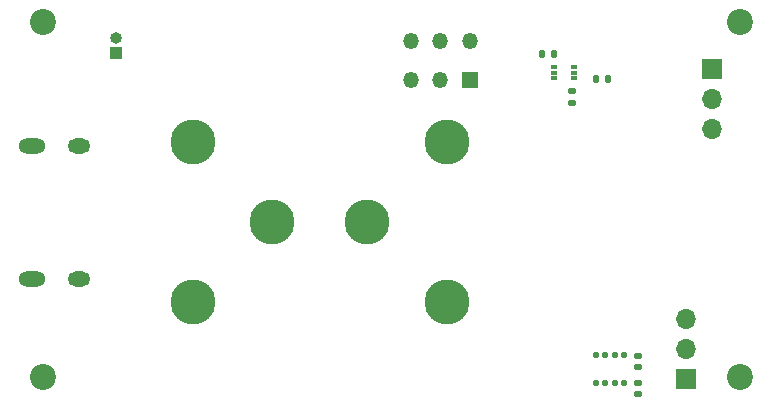
<source format=gbs>
%TF.GenerationSoftware,KiCad,Pcbnew,8.0.2-1*%
%TF.CreationDate,2024-12-04T10:13:36+09:00*%
%TF.ProjectId,gas_nrf52832,6761735f-6e72-4663-9532-3833322e6b69,rev?*%
%TF.SameCoordinates,Original*%
%TF.FileFunction,Soldermask,Bot*%
%TF.FilePolarity,Negative*%
%FSLAX46Y46*%
G04 Gerber Fmt 4.6, Leading zero omitted, Abs format (unit mm)*
G04 Created by KiCad (PCBNEW 8.0.2-1) date 2024-12-04 10:13:36*
%MOMM*%
%LPD*%
G01*
G04 APERTURE LIST*
G04 Aperture macros list*
%AMRoundRect*
0 Rectangle with rounded corners*
0 $1 Rounding radius*
0 $2 $3 $4 $5 $6 $7 $8 $9 X,Y pos of 4 corners*
0 Add a 4 corners polygon primitive as box body*
4,1,4,$2,$3,$4,$5,$6,$7,$8,$9,$2,$3,0*
0 Add four circle primitives for the rounded corners*
1,1,$1+$1,$2,$3*
1,1,$1+$1,$4,$5*
1,1,$1+$1,$6,$7*
1,1,$1+$1,$8,$9*
0 Add four rect primitives between the rounded corners*
20,1,$1+$1,$2,$3,$4,$5,0*
20,1,$1+$1,$4,$5,$6,$7,0*
20,1,$1+$1,$6,$7,$8,$9,0*
20,1,$1+$1,$8,$9,$2,$3,0*%
G04 Aperture macros list end*
%ADD10R,1.000000X1.000000*%
%ADD11O,1.000000X1.000000*%
%ADD12R,1.700000X1.700000*%
%ADD13O,1.700000X1.700000*%
%ADD14R,1.350000X1.350000*%
%ADD15O,1.350000X1.350000*%
%ADD16C,2.200000*%
%ADD17O,2.304000X1.304000*%
%ADD18O,1.904000X1.304000*%
%ADD19RoundRect,0.135000X-0.135000X-0.185000X0.135000X-0.185000X0.135000X0.185000X-0.135000X0.185000X0*%
%ADD20R,0.492000X0.300000*%
%ADD21RoundRect,0.125000X0.125000X0.137500X-0.125000X0.137500X-0.125000X-0.137500X0.125000X-0.137500X0*%
%ADD22RoundRect,0.135000X-0.185000X0.135000X-0.185000X-0.135000X0.185000X-0.135000X0.185000X0.135000X0*%
%ADD23C,3.800000*%
%ADD24RoundRect,0.140000X-0.170000X0.140000X-0.170000X-0.140000X0.170000X-0.140000X0.170000X0.140000X0*%
%ADD25RoundRect,0.135000X0.135000X0.185000X-0.135000X0.185000X-0.135000X-0.185000X0.135000X-0.185000X0*%
%ADD26RoundRect,0.140000X0.170000X-0.140000X0.170000X0.140000X-0.170000X0.140000X-0.170000X-0.140000X0*%
G04 APERTURE END LIST*
D10*
X98080000Y-80640000D03*
D11*
X98080000Y-79370000D03*
D12*
X146300000Y-108225000D03*
D13*
X146300000Y-105685000D03*
X146300000Y-103145000D03*
D14*
X128000000Y-82900000D03*
D15*
X125500000Y-82900000D03*
X123000000Y-82900000D03*
X128000000Y-79600000D03*
X125500000Y-79600000D03*
X123000000Y-79600000D03*
D16*
X91900000Y-78000000D03*
X91900000Y-108000000D03*
X150900000Y-78000000D03*
X150900000Y-108000000D03*
D12*
X148500000Y-82000000D03*
D13*
X148500000Y-84540000D03*
X148500000Y-87080000D03*
D17*
X90950000Y-88490000D03*
X90950000Y-99730000D03*
D18*
X94950000Y-88490000D03*
X94950000Y-99730000D03*
D19*
X134150000Y-80685000D03*
X135170000Y-80685000D03*
D20*
X136850000Y-81760000D03*
X136850000Y-82260000D03*
X136850000Y-82760000D03*
X135182000Y-82760000D03*
X135182000Y-82260000D03*
X135182000Y-81760000D03*
D21*
X141100000Y-106145000D03*
X140300000Y-106145000D03*
X139500000Y-106145000D03*
X138700000Y-106145000D03*
X138700000Y-108520000D03*
X139500000Y-108520000D03*
X140300000Y-108520000D03*
X141100000Y-108520000D03*
D22*
X136700000Y-83800000D03*
X136700000Y-84820000D03*
D23*
X104550000Y-101650000D03*
X104550000Y-88150000D03*
X111300000Y-94900000D03*
D24*
X142225000Y-106220000D03*
X142225000Y-107180000D03*
D25*
X139710000Y-82800000D03*
X138690000Y-82800000D03*
D26*
X142225000Y-109475000D03*
X142225000Y-108515000D03*
D23*
X119300000Y-94900000D03*
X126050000Y-88150000D03*
X126050000Y-101650000D03*
M02*

</source>
